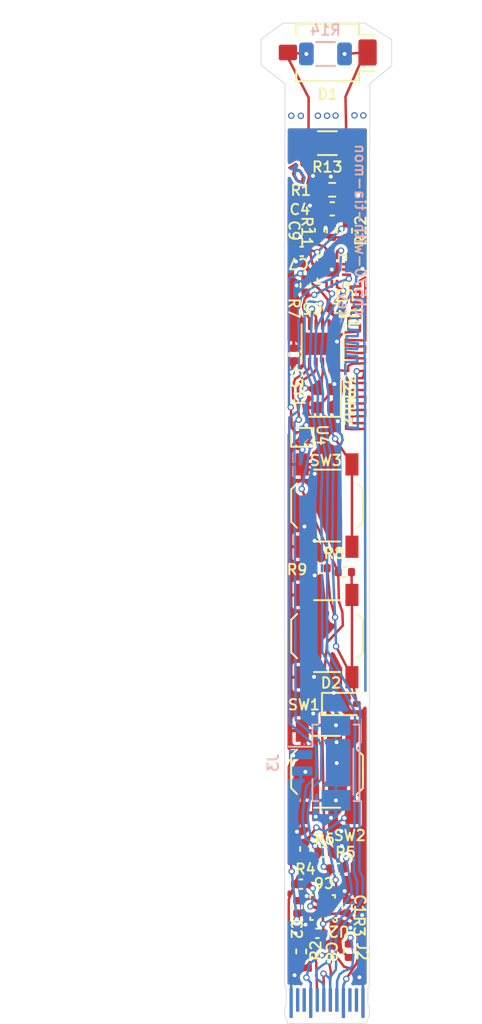
<source format=kicad_pcb>
(kicad_pcb (version 20241229) (generator "pcbnew") (generator_version "9.0")
  (layers (0 "F.Cu" signal) (2 "B.Cu" signal) (13 "F.Paste" user) (15 "B.Paste" user) (5 "F.SilkS" user "F.Silkscreen") (7 "B.SilkS" user "B.Silkscreen") (1 "F.Mask" user) (3 "B.Mask" user) (25 "Edge.Cuts" user))
  (net 0 "")
  (net 1 "+BATT")
  (net 2 "GND")
  (net 3 "+5V")
  (net 4 "VDD")
  (net 5 "Net-(U2-VDD)")
  (net 6 "SWD")
  (net 7 "SWCLK")
  (net 8 "SCL")
  (net 9 "SDA")
  (net 10 "PWRINT")
  (net 11 "Net-(U1-XI)")
  (net 12 "Net-(J2-CC1)")
  (net 13 "Net-(J2-CC2)")
  (net 16 "Net-(D1-K)")
  (net 17 "Net-(U3-PD4{slash}T1C4_{slash}T2C1{slash}OPO{slash}A7)")
  (net 18 "Net-(U3-PD7{slash}RST{slash}T2C4{slash}OPP1{slash}PA4{slash}OPN2)")
  (net 19 "XOT")
  (net 21 "SLAVESWIO")
  (net 25 "Net-(U2-SYS)")
  (net 26 "VMON")
  (net 27 "Net-(SW3-A)")
  (footprint "Capacitor_SMD:C_0603_1608Metric" (layer "F.Cu") (at 85.45 58)
    (property "Reference" "C4")
    (property "Value" "4.7p")
  )
  (footprint "Package_DFN_QFN:DFN-10-1EP_3x3mm_P0.5mm_EP1.7x2.5mm" (layer "F.Cu") (at 84.71 68.33 -90)
    (property "Reference" "U1")
    (property "Value" "CH570Q" (hide yes))
  )
  (footprint "Resistor_SMD:R_0402_1005Metric" (layer "F.Cu") (at 85.42 59.67 90)
    (property "Reference" "R11")
    (property "Value" "5.1k")
  )
  (footprint "Button_Switch_SMD:SW_SPST_TL3342" (layer "F.Cu") (at 85.05 101.094226 -90)
    (property "Reference" "SW2")
    (property "Value" "TS-1187A-B-A-B")
  )
  (footprint "Resistor_SMD:R_0402_1005Metric" (layer "F.Cu") (at 83.370314 107.005642 -90)
    (property "Reference" "R4")
    (property "Value" "5.1k")
  )
  (footprint "Resistor_SMD:R_0402_1005Metric" (layer "F.Cu") (at 83.399999 63.86 90)
    (property "Reference" "R7")
    (property "Value" "5.1k")
  )
  (footprint "Capacitor_SMD:C_0402_1005Metric" (layer "F.Cu") (at 82.770315 111.435642 90)
    (property "Reference" "C2")
    (property "Value" "4.7u")
  )
  (footprint "Resistor_SMD:R_0402_1005Metric" (layer "F.Cu") (at 83.070315 114.845642 -90)
    (property "Reference" "R2")
    (property "Value" "5.1k")
  )
  (footprint "Resistor_SMD:R_0402_1005Metric" (layer "F.Cu") (at 86.41 85.81)
    (property "Reference" "R8")
    (property "Value" "5.1k" (hide yes))
  )
  (footprint "Button_Switch_SMD:SW_SPST_TL3342" (layer "F.Cu") (at 85.055 80.715 -90)
    (property "Reference" "SW3")
    (property "Value" "TS-1187A-B-A-B")
  )
  (footprint "Capacitor_SMD:C_0402_1005Metric" (layer "F.Cu") (at 82.5 69.15 90)
    (property "Reference" "C3")
    (property "Value" "4.7u")
  )
  (footprint "Capacitor_SMD:C_0402_1005Metric" (layer "F.Cu") (at 83.050315 109.695642 180)
    (property "Reference" "C6")
    (property "Value" "1u")
  )
  (footprint "Button_Switch_SMD:SW_SPST_TL3342" (layer "F.Cu") (at 85.054984 90.706561 -90)
    (property "Reference" "SW1")
    (property "Value" "TS-1187A-B-A-B")
  )
  (footprint "Resistor_SMD:R_0402_1005Metric" (layer "F.Cu") (at 85.830313 108.49564)
    (property "Reference" "R5")
    (property "Value" "5.1k")
  )
  (footprint "cnhardware:QFN-12-P0.4-WCH" (layer "F.Cu") (at 85.409997 62.640001 180)
    (property "Reference" "U3")
    (property "Value" "~")
  )
  (footprint "Resistor_SMD:R_1206_3216Metric" (layer "F.Cu") (at 85.07 52.97 180)
    (property "Reference" "R13")
    (property "Value" "REXT")
  )
  (footprint "Capacitor_SMD:C_0402_1005Metric" (layer "F.Cu") (at 85.73 65.61)
    (property "Reference" "C5")
    (property "Value" "0.1u")
  )
  (footprint "Capacitor_SMD:C_0402_1005Metric" (layer "F.Cu") (at 83.11 61.26 180)
    (property "Reference" "C7")
    (property "Value" "0.1u")
  )
  (footprint "OptoDevice:Osram_BPW34S-SMD" (layer "F.Cu") (at 85.1 46.03 180)
    (property "Reference" "D1")
    (property "Value" "BPW34-SMD")
  )
  (footprint "Resistor_SMD:R_0402_1005Metric" (layer "F.Cu") (at 86.720315 114.795642 -90)
    (property "Reference" "R3")
    (property "Value" "5.1k")
  )
  (footprint "Capacitor_SMD:C_0402_1005Metric" (layer "F.Cu") (at 86.570315 111.415642 90)
    (property "Reference" "C1")
    (property "Value" "4.7u")
  )
  (footprint "Crystal:Crystal_SMD_2016-4Pin_2.0x1.6mm" (layer "F.Cu") (at 84.9 72.507499 90)
    (property "Reference" "Y1")
    (property "Value" "32MHz")
  )
  (footprint "Resistor_SMD:R_0603_1608Metric" (layer "F.Cu") (at 85.445 56.54 180)
    (property "Reference" "R1")
    (property "Value" "1M")
  )
  (footprint "cnhardware:WLCSP-9-P0.5mm" (layer "F.Cu") (at 84.710314 111.485642 180)
    (property "Reference" "U2")
    (property "Value" "AW32001")
  )
  (footprint "Diode_SMD:D_SOD-323" (layer "F.Cu") (at 86.2725 95.904226)
    (property "Reference" "D2")
    (property "Value" "D")
  )
  (footprint "Capacitor_SMD:C_0402_1005Metric" (layer "F.Cu") (at 84.48 59.64 90)
    (property "Reference" "C9")
    (property "Value" "0.1u")
  )
  (footprint "Resistor_SMD:R_0402_1005Metric" (layer "F.Cu") (at 84.870315 107.245642 180)
    (property "Reference" "R6")
    (property "Value" "5.1k")
  )
  (footprint "cnhardware:xdfn-reg" (layer "F.Cu") (at 83.15 75.49 -90)
    (property "Reference" "U4")
    (property "Value" "MG6229D4-28")
  )
  (footprint "cnhardware:USB_C_PADDLE" (layer "F.Cu") (at 85.050313 117.915643 180)
    (property "Reference" "J2")
    (property "Value" "USB_C_Receptacle_USB2.0_16P")
    (fp_line (start 3.250002 -1.75) (end 3.250001 -1.250002) (stroke (width 0.05)) (layer "Edge.Cuts"))
    (fp_line (start 3.250001 -1.250002) (end 3.125 -1) (stroke (width 0.05)) (layer "Edge.Cuts"))
    (fp_line (start 3.249999 0.499998) (end 3.125 0.25) (stroke (width 0.05)) (layer "Edge.Cuts"))
    (fp_line (start 3.249998 2.000001) (end 3.249999 0.499998) (stroke (width 0.05)) (layer "Edge.Cuts"))
    (fp_line (start 3.125 -1) (end 3.125 0.25) (stroke (width 0.05)) (layer "Edge.Cuts"))
    (fp_line (start 3 -2.45) (end 3.250002 -1.75) (stroke (width 0.05)) (layer "Edge.Cuts"))
    (fp_line (start 3 -2.45) (end -3 -2.45) (stroke (width 0.05)) (layer "Edge.Cuts"))
    (fp_line (start -3 -2.45) (end -3.25 -1.750001) (stroke (width 0.05)) (layer "Edge.Cuts"))
    (fp_line (start -3.125 -1) (end -3.125 0.25) (stroke (width 0.05)) (layer "Edge.Cuts"))
    (fp_line (start -3.25 -1.750001) (end -3.250002 -1.25) (stroke (width 0.05)) (layer "Edge.Cuts"))
    (fp_line (start -3.250001 0.5) (end -3.125 0.25) (stroke (width 0.05)) (layer "Edge.Cuts"))
    (fp_line (start -3.250001 0.5) (end -3.250002 2) (stroke (width 0.05)) (layer "Edge.Cuts"))
    (fp_line (start -3.250002 -1.25) (end -3.125 -1) (stroke (width 0.05)) (layer "Edge.Cuts"))
  )
  (footprint "Capacitor_SMD:C_0402_1005Metric" (layer "F.Cu") (at 84.31 113.46 180)
    (property "Reference" "C8")
    (property "Value" "1u")
  )
  (footprint "Resistor_SMD:R_0402_1005Metric" (layer "F.Cu") (at 84.55 85.510001 180)
    (property "Reference" "R9")
    (property "Value" "5.1k")
  )
  (footprint "Resistor_SMD:R_0402_1005Metric" (layer "F.Cu") (at 86.580001 59.67 -90)
    (property "Reference" "R12")
    (property "Value" "5.1k")
  )
  (footprint "Resistor_SMD:R_1206_3216Metric" (layer "B.Cu") (at 84.927499 46.14 180)
    (property "Reference" "R14")
    (property "Value" "REXT")
  )
  (footprint "Connector_Hirose:Hirose_DF13C_CL535-0402-2-51_1x02-1MP_P1.25mm_Vertical" (layer "B.Cu") (at 84.48033 100.408309 -90)
    (property "Reference" "J3")
    (property "Value" "BAT/MX1.25")
  )
  (gr_line (start 88.330035 48.404983) (end 90 47.05) (stroke (width 0.05)) (layer "Edge.Cuts"))
  (gr_line (start 87.950669 43.78) (end 90 45.05) (stroke (width 0.05)) (layer "Edge.Cuts"))
  (gr_line (start 88.300315 115.915643) (end 88.300348 59.036087) (stroke (width 0.05)) (layer "Edge.Cuts"))
  (gr_line (start 81.830034 48.418419) (end 80 47) (stroke (width 0.05)) (layer "Edge.Cuts"))
  (gr_line (start 81.800315 115.915642) (end 81.800347 59.260972) (stroke (width 0.05)) (layer "Edge.Cuts"))
  (gr_line (start 81.696166 43.78) (end 87.950669 43.78) (stroke (width 0.05)) (layer "Edge.Cuts"))
  (gr_line (start 81.800347 59.260972) (end 81.830034 48.418419) (stroke (width 0.05)) (layer "Edge.Cuts"))
  (gr_line (start 90 45.05) (end 90 47.05) (stroke (width 0.05)) (layer "Edge.Cuts"))
  (gr_line (start 88.300348 59.036087) (end 88.330035 48.404983) (stroke (width 0.05)) (layer "Edge.Cuts"))
  (gr_line (start 80 45) (end 81.696166 43.78) (stroke (width 0.05)) (layer "Edge.Cuts"))
  (gr_line (start 80 47) (end 80 45) (stroke (width 0.05)) (layer "Edge.Cuts"))
  (gr_text "ch570-with-tia-mon\nrev-" (at 85.84 66.29 -90) (layer "B.SilkS") (effects (font (size 0.8 0.8) (thickness 0.15) (bold yes)) (justify left bottom mirror)))
  (segment (start 82.168681 54.851522) (end 82.941421 55.058579) (width 0.19) (layer "F.Cu") (net 0))
  (segment (start 82.658579 54.568681) (end 82.168681 54.851522) (width 0.19) (layer "F.Cu") (net 0))
  (segment (start 82.734365 55.83132) (end 82.451523 55.341421) (width 0.19) (layer "F.Cu") (net 0))
  (segment (start 83.120737 55.934847) (end 83.224264 55.548476) (width 0.19) (layer "F.Cu") (net 0))
  (segment (start 82.451523 55.341421) (end 82.658579 54.568681) (width 0.19) (layer "F.Cu") (net 0))
  (segment (start 82.941421 55.058579) (end 83.224264 55.548476) (width 0.19) (layer "F.Cu") (net 0))
  (segment (start 83.120737 55.934847) (end 82.734365 55.83132) (width 0.19) (layer "F.Cu") (net 0))
  (via (at 85.05 50.87) (size 0.5) (drill 0.3) (layers "F.Cu" "B.Cu") (net 0))
  (via (at 87.15 50.84) (size 0.5) (drill 0.3) (layers "F.Cu" "B.Cu") (net 0))
  (via (at 83.04 50.88) (size 0.5) (drill 0.3) (layers "F.Cu" "B.Cu") (net 0))
  (via (at 84.35 50.87) (size 0.5) (drill 0.3) (layers "F.Cu" "B.Cu") (net 0))
  (via (at 82.31 50.87) (size 0.5) (drill 0.3) (layers "F.Cu" "B.Cu") (net 0))
  (via (at 87.83 50.85) (size 0.5) (drill 0.3) (layers "F.Cu" "B.Cu") (net 0))
  (via (at 85.7 50.86) (size 0.5) (drill 0.3) (layers "F.Cu" "B.Cu") (net 0))
  (segment (start 83.224265 56.017689) (end 82.837894 55.91416) (width 0.19) (layer "B.Cu") (net 0))
  (segment (start 83.224265 56.017689) (end 83.327793 55.631317) (width 0.19) (layer "B.Cu") (net 0))
  (segment (start 82.762106 54.651521) (end 82.555053 55.424262) (width 0.19) (layer "B.Cu") (net 0))
  (segment (start 83.327793 55.631317) (end 83.044949 55.141419) (width 0.19) (layer "B.Cu") (net 0))
  (segment (start 83.044949 55.141419) (end 82.272209 54.934365) (width 0.19) (layer "B.Cu") (net 0))
  (segment (start 82.272209 54.934365) (end 82.762106 54.651521) (width 0.19) (layer "B.Cu") (net 0))
  (segment (start 82.555053 55.424262) (end 82.837894 55.91416) (width 0.19) (layer "B.Cu") (net 0))
  (segment (start 82.770315 111.915642) (end 82.730331 112.378307) (width 0.19) (layer "F.Cu") (net 1))
  (segment (start 82.770315 111.915642) (end 84.210314 111.985643) (width 0.19) (layer "F.Cu") (net 1))
  (segment (start 82.15 106.99) (end 82.340331 108.718307) (width 0.19) (layer "F.Cu") (net 1))
  (segment (start 82.46 99.844226) (end 82.12 100.72) (width 0.19) (layer "F.Cu") (net 1))
  (segment (start 82.12 100.72) (end 82.15 106.99) (width 0.19) (layer "F.Cu") (net 1))
  (via (at 82.46 99.844226) (size 0.5) (drill 0.3) (layers "F.Cu" "B.Cu") (net 1))
  (via (at 82.730331 112.378307) (size 0.5) (drill 0.3) (layers "F.Cu" "B.Cu") (net 1))
  (via (at 82.340331 108.718307) (size 0.5) (drill 0.3) (layers "F.Cu" "B.Cu") (net 1))
  (segment (start 83.310331 99.788307) (end 82.46 99.844226) (width 0.19) (layer "B.Cu") (net 1))
  (segment (start 82.730331 112.378307) (end 82.340331 108.718307) (width 0.19) (layer "B.Cu") (net 1))
  (segment (start 87.56 65.52) (end 86.98 65.54) (width 0.19) (layer "F.Cu") (net 2))
  (segment (start 87.92 70.39) (end 87.32 70.43) (width 0.19) (layer "F.Cu") (net 2))
  (segment (start 87.6 63.93) (end 86.85 63.96) (width 0.19) (layer "F.Cu") (net 2))
  (segment (start 85.240001 59.16) (end 85.48 58.41) (width 0.19) (layer "F.Cu") (net 2))
  (segment (start 82.395314 117.095642) (end 82.300331 117.378307) (width 0.19) (layer "F.Cu") (net 2))
  (segment (start 83.490315 110.605642) (end 82.570315 109.695642) (width 0.19) (layer "F.Cu") (net 2))
  (segment (start 86.66 70.02) (end 87.03 69.84) (width 0.19) (layer "F.Cu") (net 2))
  (segment (start 85.48 55.99) (end 85.34 55.53) (width 0.19) (layer "F.Cu") (net 2))
  (segment (start 87.56 63.5) (end 87.6 63.93) (width 0.19) (layer "F.Cu") (net 2))
  (segment (start 86.67 66.84) (end 87.57 66.83) (width 0.19) (layer "F.Cu") (net 2))
  (segment (start 83.63 52.53) (end 83.64 49.49) (width 0.19) (layer "F.Cu") (net 2))
  (segment (start 82.85 61.95) (end 82.67 62.03) (width 0.19) (layer "F.Cu") (net 2))
  (segment (start 83.070313 115.355641) (end 82.470315 115.065642) (width 0.19) (layer "F.Cu") (net 2))
  (segment (start 86.113451 114.745187) (end 86.060331 113.888307) (width 0.19) (layer "F.Cu") (net 2))
  (segment (start 87.600331 111.008307) (end 87.740331 112.068307) (width 0.19) (layer "F.Cu") (net 2))
  (segment (start 86.5 74.83) (end 86.97 74.87) (width 0.19) (layer "F.Cu") (net 2))
  (segment (start 82.66 107.494226) (end 82.800331 108.148307) (width 0.19) (layer "F.Cu") (net 2))
  (segment (start 83.155 77.565) (end 84.105 78.285) (width 0.19) (layer "F.Cu") (net 2))
  (segment (start 87.57 66.83) (end 87.55 67.38) (width 0.19) (layer "F.Cu") (net 2))
  (segment (start 83.630331 99.748307) (end 83.120315 97.945642) (width 0.19) (layer "F.Cu") (net 2))
  (segment (start 87.92 74.85) (end 87.96 74.41) (width 0.19) (layer "F.Cu") (net 2))
  (segment (start 82.67 62.03) (end 82.8 61) (width 0.19) (layer "F.Cu") (net 2))
  (segment (start 84.98 72.49) (end 84.35 73.2075) (width 0.19) (layer "F.Cu") (net 2))
  (segment (start 83.155 83.865) (end 83.154984 86.072335) (width 0.19) (layer "F.Cu") (net 2))
  (segment (start 82.120331 110.868307) (end 82.570315 109.695642) (width 0.19) (layer "F.Cu") (net 2))
  (segment (start 85.8 70.35) (end 86.16 70.374828) (width 0.19) (layer "F.Cu") (net 2))
  (segment (start 86.68 66.37) (end 86.67 66.84) (width 0.19) (layer "F.Cu") (net 2))
  (segment (start 83.750315 113.225642) (end 83.400315 112.795642) (width 0.19) (layer "F.Cu") (net 2))
  (segment (start 86.37 68.95) (end 87.51 69.04) (width 0.19) (layer "F.Cu") (net 2))
  (segment (start 87.51 69.04) (end 87.96 69.02) (width 0.19) (layer "F.Cu") (net 2))
  (segment (start 86.98 65.54) (end 86.96 65.94) (width 0.19) (layer "F.Cu") (net 2))
  (segment (start 87.98 73.39) (end 86.97 73.4) (width 0.19) (layer "F.Cu") (net 2))
  (segment (start 82.639999 75.840002) (end 82.23 76.26) (width 0.19) (layer "F.Cu") (net 2))
  (segment (start 87.200331 110.278307) (end 87.600331 111.008307) (width 0.19) (layer "F.Cu") (net 2))
  (segment (start 83.120315 97.945642) (end 83.150315 95.685642) (width 0.19) (layer "F.Cu") (net 2))
  (segment (start 87.03 69.84) (end 87.48 69.84) (width 0.19) (layer "F.Cu") (net 2))
  (segment (start 85.71 70.2) (end 85.8 70.35) (width 0.19) (layer "F.Cu") (net 2))
  (segment (start 87.1 71.01) (end 87.32 70.97) (width 0.19) (layer "F.Cu") (net 2))
  (segment (start 87.95 69.45) (end 86.35 69.41) (width 0.19) (layer "F.Cu") (net 2))
  (segment (start 82.61 59.96) (end 82.63 61.26) (width 0.19) (layer "F.Cu") (net 2))
  (segment (start 84.45 76.49) (end 83.155 77.565) (width 0.19) (layer "F.Cu") (net 2))
  (segment (start 86.21 65.66) (end 86.39 65.12) (width 0.19) (layer "F.Cu") (net 2))
  (segment (start 86.97 74.87) (end 87.92 74.85) (width 0.19) (layer "F.Cu") (net 2))
  (segment (start 87.97 72.9) (end 87.98 72.38) (width 0.19) (layer "F.Cu") (net 2))
  (segment (start 86.87 64.36) (end 87.57 64.34) (width 0.19) (layer "F.Cu") (net 2))
  (segment (start 82.900331 108.858307) (end 82.570315 109.695642) (width 0.19) (layer "F.Cu") (net 2))
  (segment (start 83.1 62.3) (end 82.85 61.95) (width 0.19) (layer "F.Cu") (net 2))
  (segment (start 87.97 68.52) (end 87.51 68.54) (width 0.19) (layer "F.Cu") (net 2))
  (segment (start 87.55 67.38) (end 86.4 67.47) (width 0.19) (layer "F.Cu") (net 2))
  (segment (start 82.800331 108.148307) (end 82.900331 108.858307) (width 0.19) (layer "F.Cu") (net 2))
  (segment (start 87 72.9) (end 87.97 72.9) (width 0.19) (layer "F.Cu") (net 2))
  (segment (start 87 71.87) (end 87.97 71.87) (width 0.19) (layer "F.Cu") (net 2))
  (segment (start 82.800116 75.690116) (end 82.64 75.8) (width 0.19) (layer "F.Cu") (net 2))
  (segment (start 86.570315 110.935642) (end 86.390331 110.229025) (width 0.19) (layer "F.Cu") (net 2))
  (segment (start 82.800116 75.690116) (end 83.15 75.49) (width 0.19) (layer "F.Cu") (net 2))
  (segment (start 85.409997 62.640001) (end 84.309996 62.639998) (width 0.19) (layer "F.Cu") (net 2))
  (segment (start 82.42 62.47) (end 82.85 61.95) (width 0.19) (layer "F.Cu") (net 2))
  (segment (start 87.790331 117.458307) (end 87.530331 116.828307) (width 0.19) (layer "F.Cu") (net 2))
  (segment (start 87.07 71.34) (end 87.1 71.01) (width 0.19) (layer "F.Cu") (net 2))
  (segment (start 86.96 65.94) (end 87.57 65.93) (width 0.19) (layer "F.Cu") (net 2))
  (segment (start 85.88 74.26) (end 84.45 76.49) (width 0.19) (layer "F.Cu") (net 2))
  (segment (start 87.98 72.38) (end 86.98 72.41) (width 0.19) (layer "F.Cu") (net 2))
  (segment (start 85.61 71.41) (end 85.45 71.807498) (width 0.19) (layer "F.Cu") (net 2))
  (segment (start 86.41 68.02) (end 87.98 68.08) (width 0.19) (layer "F.Cu") (net 2))
  (segment (start 82.395316 114.275642) (end 82.640516 113.458307) (width 0.19) (layer "F.Cu") (net 2))
  (segment (start 82.62 106.114226) (end 82.66 107.494226) (width 0.19) (layer "F.Cu") (net 2))
  (segment (start 81.84 46.03) (end 83.464998 46.14) (width 0.19) (layer "F.Cu") (net 2))
  (segment (start 86.46 70.79) (end 86.62 71.07) (width 0.19) (layer "F.Cu") (net 2))
  (segment (start 82.23 77.18) (end 82.25 77.55) (width 0.19) (layer "F.Cu") (net 2))
  (segment (start 82.639999 75.840002) (end 83.16 76.44) (width 0.19) (layer "F.Cu") (net 2))
  (segment (start 85.48 58.41) (end 85.45 57.2) (width 0.19) (layer "F.Cu") (net 2))
  (segment (start 83.390331 101.098307) (end 83.630331 99.748307) (width 0.19) (layer "F.Cu") (net 2))
  (segment (start 87.97 73.88) (end 87.98 73.39) (width 0.19) (layer "F.Cu") (net 2))
  (segment (start 84.095 83.415) (end 83.155 83.865) (width 0.19) (layer "F.Cu") (net 2))
  (segment (start 86.390331 110.229025) (end 87.200331 110.278307) (width 0.19) (layer "F.Cu") (net 2))
  (segment (start 83.02 60.16) (end 82.61 59.96) (width 0.19) (layer "F.Cu") (net 2))
  (segment (start 82.23 76.26) (end 83.16 76.44) (width 0.19) (layer "F.Cu") (net 2))
  (segment (start 86.44 70.394138) (end 86.67 70.41) (width 0.19) (layer "F.Cu") (net 2))
  (segment (start 86.62 71.07) (end 86.5 74.83) (width 0.19) (layer "F.Cu") (net 2))
  (segment (start 87.800313 118.790643) (end 87.790331 117.458307) (width 0.19) (layer "F.Cu") (net 2))
  (segment (start 86.93 74.4) (end 86.95 73.86) (width 0.19) (layer "F.Cu") (net 2))
  (segment (start 86.92 65.13) (end 87.56 65.18) (width 0.19) (layer "F.Cu") (net 2))
  (segment (start 86.93 64.76) (end 86.92 65.13) (width 0.19) (layer "F.Cu") (net 2))
  (segment (start 87.96 69.82) (end 87.95 69.45) (width 0.19) (layer "F.Cu") (net 2))
  (segment (start 84.350331 113.988307) (end 83.750315 113.345642) (width 0.19) (layer "F.Cu") (net 2))
  (segment (start 86.37 68.47) (end 86.41 68.02) (width 0.19) (layer "F.Cu") (net 2))
  (segment (start 86.44 70.394138) (end 86.46 70.79) (width 0.19) (layer "F.Cu") (net 2))
  (segment (start 82.56 67.96) (end 82.42 62.47) (width 0.19) (layer "F.Cu") (net 2))
  (segment (start 86.85 63.96) (end 86.87 64.36) (width 0.19) (layer "F.Cu") (net 2))
  (segment (start 86.98 72.41) (end 87 71.87) (width 0.19) (layer "F.Cu") (net 2))
  (segment (start 87.97 71.33) (end 87.07 71.34) (width 0.19) (layer "F.Cu") (net 2))
  (segment (start 84.71 68.33) (end 83.1 68.45) (width 0.19) (layer "F.Cu") (net 2))
  (segment (start 87.98 63.26) (end 87.56 63.5) (width 0.19) (layer "F.Cu") (net 2))
  (segment (start 83.150001 75.449998) (end 82.800116 75.690116) (width 0.19) (layer "F.Cu") (net 2))
  (segment (start 83.154984 93.856561) (end 83.154984 87.556561) (width 0.19) (layer "F.Cu") (net 2))
  (segment (start 83.86 53.73) (end 83.63 52.53) (width 0.19) (layer "F.Cu") (net 2))
  (segment (start 83.1 68.45) (end 82.56 67.96) (width 0.19) (layer "F.Cu") (net 2))
  (segment (start 86.260331 113.348307) (end 86.840331 113.038307) (width 0.19) (layer "F.Cu") (net 2))
  (segment (start 86.720314 115.305642) (end 86.113451 114.745187) (width 0.19) (layer "F.Cu") (net 2))
  (segment (start 86.16 70.374828) (end 86.44 70.394138) (width 0.19) (layer "F.Cu") (net 2))
  (segment (start 83.070313 115.355641) (end 82.56109 116.668307) (width 0.19) (layer "F.Cu") (net 2))
  (segment (start 84.94 59.44) (end 85.240001 59.16) (width 0.19) (layer "F.Cu") (net 2))
  (segment (start 86.113451 114.745187) (end 85.770331 114.428307) (width 0.19) (layer "F.Cu") (net 2))
  (segment (start 84.309996 62.639998) (end 83.55 62.65) (width 0.19) (layer "F.Cu") (net 2))
  (segment (start 87.57 64.34) (end 87.59 64.78) (width 0.19) (layer "F.Cu") (net 2))
  (segment (start 83.97 55.476343) (end 83.74 57.75) (width 0.19) (layer "F.Cu") (net 2))
  (segment (start 86.12 67.64) (end 85.81 68.16) (width 0.19) (layer "F.Cu") (net 2))
  (segment (start 87.97 71.87) (end 87.97 71.33) (width 0.19) (layer "F.Cu") (net 2))
  (segment (start 82.743328 105.68) (end 83.120315 104.245642) (width 0.19) (layer "F.Cu") (net 2))
  (segment (start 87.56 65.18) (end 87.56 65.52) (width 0.19) (layer "F.Cu") (net 2))
  (segment (start 87.51 68.54) (end 86.37 68.47) (width 0.19) (layer "F.Cu") (net 2))
  (segment (start 87.59 64.78) (end 86.93 64.76) (width 0.19) (layer "F.Cu") (net 2))
  (segment (start 83.97 55.476343) (end 83.86 53.73) (width 0.19) (layer "F.Cu") (net 2))
  (segment (start 82.682516 113.318307) (end 82.740315 113.125642) (width 0.19) (layer "F.Cu") (net 2))
  (segment (start 82.470315 115.065642) (end 82.395316 114.275642) (width 0.19) (layer "F.Cu") (net 2))
  (segment (start 87.48 69.84) (end 87.96 69.82) (width 0.19) (layer "F.Cu") (net 2))
  (segment (start 82.743328 105.68) (end 82.62 106.114226) (width 0.19) (layer "F.Cu") (net 2))
  (segment (start 87.81 70.94) (end 87.92 70.39) (width 0.19) (layer "F.Cu") (net 2))
  (segment (start 86.97 73.4) (end 87 72.9) (width 0.19) (layer "F.Cu") (net 2))
  (segment (start 83.64 49.49) (end 81.84 46.03) (width 0.19) (layer "F.Cu") (net 2))
  (segment (start 82.115317 112.618307) (end 82.120331 110.868307) (width 0.19) (layer "F.Cu") (net 2))
  (segment (start 87.57 65.93) (end 87.59 66.34) (width 0.19) (layer "F.Cu") (net 2))
  (segment (start 82.8 61) (end 82.63 61.26) (width 0.19) (layer "F.Cu") (net 2))
  (segment (start 87.96 69.02) (end 87.97 68.52) (width 0.19) (layer "F.Cu") (net 2))
  (segment (start 82.23 76.26) (end 82.23 77.18) (width 0.19) (layer "F.Cu") (net 2))
  (segment (start 86.060331 113.888307) (end 86.260331 113.348307) (width 0.19) (layer "F.Cu") (net 2))
  (segment (start 82.740315 113.125642) (end 83.400315 112.795642) (width 0.19) (layer "F.Cu") (net 2))
  (segment (start 86.95 73.86) (end 87.97 73.88) (width 0.19) (layer "F.Cu") (net 2))
  (segment (start 83.155 77.565) (end 83.16 76.44) (width 0.19) (layer "F.Cu") (net 2))
  (segment (start 86.67 70.41) (end 86.66 70.02) (width 0.19) (layer "F.Cu") (net 2))
  (segment (start 83.55 62.65) (end 83.1 62.3) (width 0.19) (layer "F.Cu") (net 2))
  (segment (start 87.96 74.41) (end 86.93 74.4) (width 0.19) (layer "F.Cu") (net 2))
  (segment (start 87.98 68.08) (end 87.98 63.26) (width 0.19) (layer "F.Cu") (net 2))
  (segment (start 82.25 77.55) (end 83.155 77.565) (width 0.19) (layer "F.Cu") (net 2))
  (segment (start 82.682516 113.318307) (end 82.115317 112.618307) (width 0.19) (layer "F.Cu") (net 2))
  (segment (start 82.640516 113.458307) (end 82.682516 113.318307) (width 0.19) (layer "F.Cu") (net 2))
  (segment (start 82.300331 117.378307) (end 82.300313 118.790643) (width 0.19) (layer "F.Cu") (net 2))
  (segment (start 85.770331 114.428307) (end 84.350331 113.988307) (width 0.19) (layer "F.Cu") (net 2))
  (segment (start 82.770315 110.955642) (end 83.490315 110.605642) (width 0.19) (layer "F.Cu") (net 2))
  (segment (start 85.45 57.2) (end 85.48 55.99) (width 0.19) (layer "F.Cu") (net 2))
  (segment (start 86.35 69.41) (end 86.37 68.95) (width 0.19) (layer "F.Cu") (net 2))
  (segment (start 85.45 71.807498) (end 84.98 72.49) (width 0.19) (layer "F.Cu") (net 2))
  (segment (start 83.120315 104.245642) (end 83.390331 101.098307) (width 0.19) (layer "F.Cu") (net 2))
  (segment (start 85.71 69.7925) (end 85.71 70.2) (width 0.19) (layer "F.Cu") (net 2))
  (segment (start 82.56109 116.668307) (end 82.395314 117.095642) (width 0.19) (layer "F.Cu") (net 2))
  (segment (start 83.490315 110.605642) (end 84.210313 110.985642) (width 0.19) (layer "F.Cu") (net 2))
  (segment (start 87.59 66.34) (end 86.68 66.37) (width 0.19) (layer "F.Cu") (net 2))
  (segment (start 86.4 67.47) (end 86.12 67.64) (width 0.19) (layer "F.Cu") (net 2))
  (segment (start 87.32 70.97) (end 87.81 70.94) (width 0.19) (layer "F.Cu") (net 2))
  (via (at 82.67 62.03) (size 0.5) (drill 0.3) (layers "F.Cu" "B.Cu") (net 2))
  (via (at 83.02 60.16) (size 0.5) (drill 0.3) (layers "F.Cu" "B.Cu") (net 2))
  (via (at 83.97 55.476343) (size 0.5) (drill 0.3) (layers "F.Cu" "B.Cu") (net 2))
  (via (at 87.32 70.43) (size 0.5) (drill 0.3) (layers "F.Cu" "B.Cu") (net 2))
  (via (at 87.76 62.58) (size 0.5) (drill 0.3) (layers "F.Cu" "B.Cu") (net 2))
  (via (at 85.730331 103.283305) (size 0.5) (drill 0.3) (layers "F.Cu" "B.Cu") (net 2))
  (via (at 83.46 74.56) (size 0.5) (drill 0.3) (layers "F.Cu" "B.Cu") (net 2))
  (via (at 85.409997 62.640001) (size 0.5) (drill 0.3) (layers "F.Cu" "B.Cu") (net 2))
  (via (at 84.94 59.44) (size 0.5) (drill 0.3) (layers "F.Cu" "B.Cu") (net 2))
  (via (at 83.390331 101.098307) (size 0.5) (drill 0.3) (layers "F.Cu" "B.Cu") (net 2))
  (via (at 83.99 96.634226) (size 0.5) (drill 0.3) (layers "F.Cu" "B.Cu") (net 2))
  (via (at 86.390331 110.229025) (size 0.5) (drill 0.3) (layers "F.Cu" "B.Cu") (net 2))
  (via (at 85.88 74.26) (size 0.5) (drill 0.3) (layers "F.Cu" "B.Cu") (net 2))
  (via (at 85.56 95.054226) (size 0.5) (drill 0.3) (layers "F.Cu" "B.Cu") (net 2))
  (via (at 85.73033 97.533308) (size 0.5) (drill 0.3) (layers "F.Cu" "B.Cu") (net 2))
  (via (at 84.1 86.06) (size 0.5) (drill 0.3) (layers "F.Cu" "B.Cu") (net 2))
  (via (at 82.56109 116.668307) (size 0.5) (drill 0.3) (layers "F.Cu" "B.Cu") (net 2))
  (via (at 85.34 55.53) (size 0.5) (drill 0.3) (layers "F.Cu" "B.Cu") (net 2))
  (via (at 84.105 78.285) (size 0.5) (drill 0.3) (layers "F.Cu" "B.Cu") (net 2))
  (via (at 83.32 82.32) (size 0.5) (drill 0.3) (layers "F.Cu" "B.Cu") (net 2))
  (via (at 83.464998 46.14) (size 0.5) (drill 0.3) (layers "F.Cu" "B.Cu") (net 2))
  (via (at 86.39 65.12) (size 0.5) (drill 0.3) (layers "F.Cu" "B.Cu") (net 2))
  (via (at 85.81 68.16) (size 0.5) (drill 0.3) (layers "F.Cu" "B.Cu") (net 2))
  (via (at 84.18 104.53) (size 0.5) (drill 0.3) (layers "F.Cu" "B.Cu") (net 2))
  (via (at 82.640516 113.458307) (size 0.5) (drill 0.3) (layers "F.Cu" "B.Cu") (net 2))
  (via (at 85.79 100.43) (size 0.5) (drill 0.3) (layers "F.Cu" "B.Cu") (net 2))
  (via (at 85.78 98.83) (size 0.5) (drill 0.3) (layers "F.Cu" "B.Cu") (net 2))
  (via (at 84.095 83.415) (size 0.5) (drill 0.3) (layers "F.Cu" "B.Cu") (net 2))
  (via (at 86.15 105.64) (size 0.5) (drill 0.3) (layers "F.Cu" "B.Cu") (net 2))
  (via (at 82.72 63.86) (size 0.5) (drill 0.3) (layers "F.Cu" "B.Cu") (net 2))
  (via (at 86 84.13) (size 0.5) (drill 0.3) (layers "F.Cu" "B.Cu") (net 2))
  (via (at 86.840331 113.038307) (size 0.5) (drill 0.3) (layers "F.Cu" "B.Cu") (net 2))
  (via (at 87.45 56.95) (size 0.5) (drill 0.3) (layers "F.Cu" "B.Cu") (net 2))
  (via (at 83.490315 110.605642) (size 0.5) (drill 0.3) (layers "F.Cu" "B.Cu") (net 2))
  (via (at 83.74 57.75) (size 0.5) (drill 0.3) (layers "F.Cu" "B.Cu") (net 2))
  (via (at 87.740331 112.068307) (size 0.5) (drill 0.3) (layers "F.Cu" "B.Cu") (net 2))
  (via (at 86.18 106.78) (size 0.5) (drill 0.3) (layers "F.Cu" "B.Cu") (net 2))
  (via (at 83.400315 112.795642) (size 0.5) (drill 0.3) (layers "F.Cu" "B.Cu") (net 2))
  (via (at 82.743328 105.68) (size 0.5) (drill 0.3) (layers "F.Cu" "B.Cu") (net 2))
  (via (at 85.35 104.62) (size 0.5) (drill 0.3) (layers "F.Cu" "B.Cu") (net 2))
  (via (at 83.16 76.44) (size 0.5) (drill 0.3) (layers "F.Cu" "B.Cu") (net 2))
  (via (at 85.61 71.41) (size 0.5) (drill 0.3) (layers "F.Cu" "B.Cu") (net 2))
  (via (at 87.530331 116.828307) (size 0.5) (drill 0.3) (layers "F.Cu" "B.Cu") (net 2))
  (via (at 84.05 93.83) (size 0.5) (drill 0.3) (layers "F.Cu" "B.Cu") (net 2))
  (segment (start 86.320331 109.558307) (end 86.390331 110.229025) (width 0.19) (layer "B.Cu") (net 2))
  (segment (start 85.81 68.16) (end 86.29 66.39) (width 0.19) (layer "B.Cu") (net 2))
  (segment (start 84.105 78.285) (end 84.095 83.415) (width 0.19) (layer "B.Cu") (net 2))
  (segment (start 84.120331 109.348307) (end 83.520331 109.448307) (width 0.19) (layer "B.Cu") (net 2))
  (segment (start 86.2 58.8) (end 86.7 59.1) (width 0.19) (layer "B.Cu") (net 2))
  (segment (start 86 84.13) (end 85.94 77.51) (width 0.19) (layer "B.Cu") (net 2))
  (segment (start 87.37 69.7) (end 87.36 69.27) (width 0.19) (layer "B.Cu") (net 2))
  (segment (start 86.43 69.73) (end 87.37 69.7) (width 0.19) (layer "B.Cu") (net 2))
  (segment (start 86.52 68.21) (end 86.55 67.74) (width 0.19) (layer "B.Cu") (net 2))
  (segment (start 85.3 60.95) (end 86.0748 60.2348) (width 0.19) (layer "B.Cu") (net 2))
  (segment (start 87.42 65.87) (end 87.45 65.46) (width 0.19) (layer "B.Cu") (net 2))
  (segment (start 87.87 65.92) (end 87.95 70.47) (width 0.19) (layer "B.Cu") (net 2))
  (segment (start 86.17 75.31) (end 85.92 75.07) (width 0.19) (layer "B.Cu") (net 2))
  (segment (start 87.42 67.28) (end 86.66 67.25) (width 0.19) (layer "B.Cu") (net 2))
  (segment (start 86.390331 110.229025) (end 84.610331 109.608307) (width 0.19) (layer "B.Cu") (net 2))
  (segment (start 87.88 64.9) (end 87.87 65.92) (width 0.19) (layer "B.Cu") (net 2))
  (segment (start 86.7 59.1) (end 86.7 59.97) (width 0.19) (layer "B.Cu") (net 2))
  (segment (start 86.01 76.24) (end 86.24 75.7) (width 0.19) (layer "B.Cu") (net 2))
  (segment (start 83.520331 109.448307) (end 83.320331 110.028307) (width 0.19) (layer "B.Cu") (net 2))
  (segment (start 85.92 75.07) (end 85.61 71.41) (width 0.19) (layer "B.Cu") (net 2))
  (segment (start 87.09 65.38) (end 87.29 64.87) (width 0.19) (layer "B.Cu") (net 2))
  (segment (start 86.67 60.72) (end 86.0748 60.2348) (width 0.19) (layer "B.Cu") (net 2))
  (segment (start 86.72 64.79) (end 87.27 63.6) (width 0.19) (layer "B.Cu") (net 2))
  (segment (start 87.957582 76.04) (end 87.985327 94.89) (width 0.19) (layer "B.Cu") (net 2))
  (segment (start 86.55 67.74) (end 87.39 67.75) (width 0.19) (layer "B.Cu") (net 2))
  (segment (start 87.33 66.8) (end 87.38 66.37) (width 0.19) (layer "B.Cu") (net 2))
  (segment (start 87.530331 116.828307) (end 87.810331 117.478307) (width 0.19) (layer "B.Cu") (net 2))
  (segment (start 87.45 65.46) (end 87.09 65.38) (width 0.19) (layer "B.Cu") (net 2))
  (segment (start 86.840331 113.038307) (end 87.420331 113.218307) (width 0.19) (layer "B.Cu") (net 2))
  (segment (start 85.34 55.53) (end 83.97 55.476343) (width 0.19) (layer "B.Cu") (net 2))
  (segment (start 84.94 59.44) (end 86.2 58.8) (width 0.19) (layer "B.Cu") (net 2))
  (segment (start 87.27 63.6) (end 87.3 63) (width 0.19) (layer "B.Cu") (net 2))
  (segment (start 83.130315 110.975642) (end 83.490315 110.605642) (width 0.19) (layer "B.Cu") (net 2))
  (segment (start 87.95 70.47) (end 87.957582 76.04) (width 0.19) (layer "B.Cu") (net 2))
  (segment (start 87.39 67.75) (end 87.42 67.28) (width 0.19) (layer "B.Cu") (net 2))
  (segment (start 86.18 106.78) (end 85.850331 107.778307) (width 0.19) (layer "B.Cu") (net 2))
  (segment (start 87.41 74.78) (end 86.62 74.73) (width 0.19) (layer "B.Cu") (net 2))
  (segment (start 87.32 70.43) (end 87.41 74.78) (width 0.19) (layer "B.Cu") (net 2))
  (segment (start 85.81 68.16) (end 85.61 71.41) (width 0.19) (layer "B.Cu") (net 2))
  (segment (start 87.420331 113.218307) (end 87.720331 113.798307) (width 0.19) (layer "B.Cu") (net 2))
  (segment (start 87.740331 112.068307) (end 87.720331 113.798307) (width 0.19) (layer "B.Cu") (net 2))
  (segment (start 83.310329 101.038306) (end 83.390331 101.098307) (width 0.19) (layer "B.Cu") (net 2))
  (segment (start 86.7 59.97) (end 86.0748 60.2348) (width 0.19) (layer "B.Cu") (net 2))
  (segment (start 86.39 65.12) (end 86.72 64.79) (width 0.19) (layer "B.Cu") (net 2))
  (segment (start 84.610331 109.608307) (end 84.120331 109.348307) (width 0.19) (layer "B.Cu") (net 2))
  (segment (start 82.310331 117.198307) (end 82.56109 116.668307) (width 0.19) (layer "B.Cu") (net 2))
  (segment (start 83.320331 110.028307) (end 83.490315 110.605642) (width 0.19) (layer "B.Cu") (net 2))
  (segment (start 83.02 60.16) (end 84.94 59.44) (width 0.19) (layer "B.Cu") (net 2))
  (segment (start 86.66 67.25) (end 86.71 66.82) (width 0.19) (layer "B.Cu") (net 2))
  (segment (start 87.3 63) (end 86.67 60.72) (width 0.19) (layer "B.Cu") (net 2))
  (segment (start 87.810331 117.478307) (end 87.800314 118.785644) (width 0.19) (layer "B.Cu") (net 2))
  (segment (start 87.42 68.3) (end 86.52 68.21) (width 0.19) (layer "B.Cu") (net 2))
  (segment (start 83.100315 111.305642) (end 83.130315 110.975642) (width 0.19) (layer "B.Cu") (net 2))
  (segment (start 85.94 77.51) (end 86.01 76.24) (width 0.19) (layer "B.Cu") (net 2))
  (segment (start 83.400315 112.795642) (end 83.100315 111.305642) (width 0.19) (layer "B.Cu") (net 2))
  (segment (start 86.83 66.31) (end 86.91 65.87) (width 0.19) (layer "B.Cu") (net 2))
  (segment (start 86.71 66.82) (end 87.33 66.8) (width 0.19) (layer "B.Cu") (net 2))
  (segment (start 86.44 70.01) (end 86.43 69.73) (width 0.19) (layer "B.Cu") (net 2))
  (segment (start 86.24 75.7) (end 86.17 75.31) (width 0.19) (layer "B.Cu") (net 2))
  (segment (start 87.35 68.75) (end 87.42 68.3) (width 0.19) (layer "B.Cu") (net 2))
  (segment (start 85.850331 107.778307) (end 86.160331 108.798307) (width 0.19) (layer "B.Cu") (net 2))
  (segment (start 86.160331 108.798307) (end 86.320331 109.558307) (width 0.19) (layer "B.Cu") (net 2))
  (segment (start 86.91 65.87) (end 87.42 65.87) (width 0.19) (layer "B.Cu") (net 2))
  (segment (start 87.720331 113.798307) (end 87.530331 116.828307) (width 0.19) (layer "B.Cu") (net 2))
  (segment (start 86.45 68.69) (end 87.35 68.75) (width 0.19) (layer "B.Cu") (net 2))
  (segment (start 86.29 66.39) (end 86.39 65.12) (width 0.19) (layer "B.Cu") (net 2))
  (segment (start 87.36 69.27) (end 86.46 69.22) (width 0.19) (layer "B.Cu") (net 2))
  (segment (start 82.300314 118.785645) (end 82.310331 117.198307) (width 0.19) (layer "B.Cu") (net 2))
  (segment (start 86.46 69.22) (end 86.45 68.69) (width 0.19) (layer "B.Cu") (net 2))
  (segment (start 85.88 74.26) (end 85.92 75.07) (width 0.19) (layer "B.Cu") (net 2))
  (segment (start 85.409997 62.640001) (end 85.3 60.95) (width 0.19) (layer "B.Cu") (net 2))
  (segment (start 87.29 64.87) (end 87.88 64.9) (width 0.19) (layer "B.Cu") (net 2))
  (segment (start 87.38 66.37) (end 86.83 66.31) (width 0.19) (layer "B.Cu") (net 2))
  (segment (start 86.62 74.73) (end 86.44 70.01) (width 0.19) (layer "B.Cu") (net 2))
  (segment (start 87.300315 115.775642) (end 87.003255 116.221231) (width 0.19) (layer "F.Cu") (net 3))
  (segment (start 86.520315 116.945642) (end 86.300315 117.445642) (width 0.19) (layer "F.Cu") (net 3))
  (segment (start 85.690331 115.148307) (end 86.350331 116.008307) (width 0.19) (layer "F.Cu") (net 3))
  (segment (start 86.350331 116.008307) (end 87.003255 116.221231) (width 0.19) (layer "F.Cu") (net 3))
  (segment (start 83.470315 116.845642) (end 83.800315 117.245642) (width 0.19) (layer "F.Cu") (net 3))
  (segment (start 86.570315 111.895642) (end 87.380315 112.788307) (width 0.19) (layer "F.Cu") (net 3))
  (segment (start 84.650315 115.135642) (end 85.220331 114.998307) (width 0.19) (layer "F.Cu") (net 3))
  (segment (start 85.220331 114.998307) (end 85.690331 115.148307) (width 0.19) (layer "F.Cu") (net 3))
  (segment (start 87.003255 116.221231) (end 86.520315 116.945642) (width 0.19) (layer "F.Cu") (net 3))
  (segment (start 87.380315 112.788307) (end 87.400315 115.385642) (width 0.19) (layer "F.Cu") (net 3))
  (segment (start 87.400315 115.385642) (end 87.300315 115.775642) (width 0.19) (layer "F.Cu") (net 3))
  (segment (start 85.210315 111.985642) (end 86.570315 111.895642) (width 0.19) (layer "F.Cu") (net 3))
  (segment (start 83.800315 117.245642) (end 83.800313 118.790643) (width 0.19) (layer "F.Cu") (net 3))
  (segment (start 86.300315 117.445642) (end 86.300313 118.790643) (width 0.19) (layer "F.Cu") (net 3))
  (via (at 83.470315 116.845642) (size 0.5) (drill 0.3) (layers "F.Cu" "B.Cu") (net 3))
  (via (at 84.650315 115.135642) (size 0.5) (drill 0.3) (layers "F.Cu" "B.Cu") (net 3))
  (via (at 86.520315 116.945642) (size 0.5) (drill 0.3) (layers "F.Cu" "B.Cu") (net 3))
  (segment (start 86.300315 117.445642) (end 86.520315 116.945642) (width 0.19) (layer "B.Cu") (net 3))
  (segment (start 83.470315 116.845642) (end 83.710315 115.765642) (width 0.19) (layer "B.Cu") (net 3))
  (segment (start 83.800313 118.785643) (end 83.800315 117.245642) (width 0.19) (layer "B.Cu") (net 3))
  (segment (start 86.300312 118.785644) (end 86.300315 117.445642) (width 0.19) (layer "B.Cu") (net 3))
  (segment (start 83.800315 117.245642) (end 83.470315 116.845642) (width 0.19) (layer "B.Cu") (net 3))
  (segment (start 83.710315 115.765642) (end 84.650315 115.135642) (width 0.19) (layer "B.Cu") (net 3))
  (segment (start 82.27 73.19) (end 82.36 74.78) (width 0.19) (layer "F.Cu") (net 4))
  (segment (start 84.42 64.11) (end 83.4 63.35) (width 0.19) (layer "F.Cu") (net 4))
  (segment (start 82.48 69.64) (end 82.34 70.5) (width 0.19) (layer "F.Cu") (net 4))
  (segment (start 82.36 74.78) (end 82.64 75.14) (width 0.19) (layer "F.Cu") (net 4))
  (segment (start 83.71 61.14) (end 83.94 62.24) (width 0.19) (layer "F.Cu") (net 4))
  (segment (start 85.709999 66.8675) (end 85.64 66.33) (width 0.19) (layer "F.Cu") (net 4))
  (segment (start 85.09 64.94) (end 84.42 64.11) (width 0.19) (layer "F.Cu") (net 4))
  (segment (start 83.94 62.24) (end 84.309997 62.240001) (width 0.19) (layer "F.Cu") (net 4))
  (segment (start 84.3 61.31) (end 83.71 61.14) (width 0.19) (layer "F.Cu") (net 4))
  (segment (start 83.4 63.35) (end 83 62.95) (width 0.19) (layer "F.Cu") (net 4))
  (segment (start 85.64 66.33) (end 85.25 65.66) (width 0.19) (layer "F.Cu") (net 4))
  (segment (start 86.440002 59.16) (end 86.15 59.52) (width 0.19) (layer "F.Cu") (net 4))
  (segment (start 85.25 65.66) (end 85.09 64.94) (width 0.19) (layer "F.Cu") (net 4))
  (via (at 82.27 73.19) (size 0.5) (drill 0.3) (layers "F.Cu" "B.Cu") (net 4))
  (via (at 83 62.95) (size 0.5) (drill 0.3) (layers "F.Cu" "B.Cu") (net 4))
  (via (at 82.34 70.5) (size 0.5) (drill 0.3) (layers "F.Cu" "B.Cu") (net 4))
  (via (at 84.3 61.31) (size 0.5) (drill 0.3) (layers "F.Cu" "B.Cu") (net 4))
  (via (at 86.15 59.52) (size 0.5) (drill 0.3) (layers "F.Cu" "B.Cu") (net 4))
  (segment (start 82.135005 73.2) (end 82.135006 70.73) (width 0.19) (layer "B.Cu") (net 4))
  (segment (start 86.15 59.52) (end 84.3 61.31) (width 0.19) (layer "B.Cu") (net 4))
  (segment (start 82.135006 70.73) (end 82.135007 69.85) (width 0.19) (layer "B.Cu") (net 4))
  (segment (start 82.34 70.5) (end 82.135006 70.73) (width 0.19) (layer "B.Cu") (net 4))
  (segment (start 82.12 63.33) (end 83 62.95) (width 0.19) (layer "B.Cu") (net 4))
  (segment (start 82.135007 69.85) (end 82.12 63.33) (width 0.19) (layer "B.Cu") (net 4))
  (segment (start 82.27 73.19) (end 82.135005 73.2) (width 0.19) (layer "B.Cu") (net 4))
  (segment (start 83 62.95) (end 84.3 61.31) (width 0.19) (layer "B.Cu") (net 4))
  (segment (start 83.530315 109.695642) (end 83.370313 107.515642) (width 0.19) (layer "F.Cu") (net 5))
  (segment (start 84.210314 111.48564) (end 83.770315 111.395642) (width 0.19) (layer "F.Cu") (net 5))
  (segment (start 83.530315 109.695642) (end 83.950315 110.015642) (width 0.19) (layer "F.Cu") (net 5))
  (via (at 83.950315 110.015642) (size 0.5) (drill 0.3) (layers "F.Cu" "B.Cu") (net 5))
  (via (at 83.770315 111.395642) (size 0.5) (drill 0.3) (layers "F.Cu" "B.Cu") (net 5))
  (segment (start 83.950315 110.015642) (end 84.060315 110.675642) (width 0.19) (layer "B.Cu") (net 5))
  (segment (start 83.770315 111.395642) (end 84.060315 110.675642) (width 0.19) (layer "B.Cu") (net 5))
  (segment (start 84.72 66.44) (end 84.65 65.9) (width 0.19) (layer "F.Cu") (net 6))
  (segment (start 85.340315 116.385642) (end 85.290315 117.145642) (width 0.19) (layer "F.Cu") (net 6))
  (segment (start 85.290315 117.145642) (end 85.300314 118.565643) (width 0.19) (layer "F.Cu") (net 6))
  (segment (start 84.65 65.9) (end 84.55 65.25) (width 0.19) (layer "F.Cu") (net 6))
  (segment (start 84.71 66.867499) (end 84.72 66.44) (width 0.19) (layer "F.Cu") (net 6))
  (segment (start 85.190315 115.615642) (end 85.340315 116.385642) (width 0.19) (layer "F.Cu") (net 6))
  (via (at 84.55 65.25) (size 0.5) (drill 0.3) (layers "F.Cu" "B.Cu") (net 6))
  (via (at 85.190315 115.615642) (size 0.5) (drill 0.3) (layers "F.Cu" "B.Cu") (net 6))
  (segment (start 83.69 65.09) (end 84 65.11) (width 0.19) (layer "B.Cu") (net 6))
  (segment (start 87.100331 108.738307) (end 87.160331 103.778307) (width 0.19) (layer "B.Cu") (net 6))
  (segment (start 84.590315 115.975642) (end 84.270315 116.245642) (width 0.19) (layer "B.Cu") (net 6))
  (segment (start 84.760315 115.855642) (end 84.590315 115.975642) (width 0.19) (layer "B.Cu") (net 6))
  (segment (start 84.270315 116.245642) (end 84.210315 116.685642) (width 0.19) (layer "B.Cu") (net 6))
  (segment (start 84.672516 78.205) (end 83.915 73.495) (width 0.19) (layer "B.Cu") (net 6))
  (segment (start 84 65.11) (end 84.55 65.25) (width 0.19) (layer "B.Cu") (net 6))
  (segment (start 87.350331 109.528307) (end 87.100331 108.738307) (width 0.19) (layer "B.Cu") (net 6))
  (segment (start 84.68 91.93) (end 84.655 83.605) (width 0.19) (layer "B.Cu") (net 6))
  (segment (start 83.39 65.33) (end 83.69 65.09) (width 0.19) (layer "B.Cu") (net 6))
  (segment (start 83.32 69.99) (end 83.33 65.72) (width 0.19) (layer "B.Cu") (net 6))
  (segment (start 84.565 80.835) (end 84.672516 78.205) (width 0.19) (layer "B.Cu") (net 6))
  (segment (start 84.210315 116.685642) (end 84.290315 116.985642) (width 0.19) (layer "B.Cu") (net 6))
  (segment (start 84.800315 117.485642) (end 84.800313 118.560643) (width 0.19) (layer "B.Cu") (net 6))
  (segment (start 83.93 72) (end 83.89 71.53) (width 0.19) (layer "B.Cu") (net 6))
  (segment (start 85.190315 115.615642) (end 85.260331 114.478307) (width 0.19) (layer "B.Cu") (net 6))
  (segment (start 87.350331 110.708307) (end 87.350331 109.528307) (width 0.19) (layer "B.Cu") (net 6))
  (segment (start 85.800331 112.778307) (end 86.520331 111.728307) (width 0.19) (layer "B.Cu") (net 6))
  (segment (start 85.360331 113.608307) (end 85.800331 112.778307) (width 0.19) (layer "B.Cu") (net 6))
  (segment (start 83.33 65.72) (end 83.39 65.33) (width 0.19) (layer "B.Cu") (net 6))
  (segment (start 87.190331 96.498307) (end 84.68 91.93) (width 0.19) (layer "B.Cu") (net 6))
  (segment (start 84.670315 117.225642) (end 84.800315 117.485642) (width 0.19) (layer "B.Cu") (net 6))
  (segment (start 85.190315 115.615642) (end 84.760315 115.855642) (width 0.19) (layer "B.Cu") (net 6))
  (segment (start 86.520331 111.728307) (end 87.350331 110.708307) (width 0.19) (layer "B.Cu") (net 6))
  (segment (start 83.89 71.53) (end 83.32 69.99) (width 0.19) (layer "B.Cu") (net 6))
  (segment (start 85.260331 114.478307) (end 85.360331 113.608307) (width 0.19) (layer "B.Cu") (net 6))
  (segment (start 87.160331 103.778307) (end 87.190331 96.498307) (width 0.19) (layer "B.Cu") (net 6))
  (segment (start 84.655 83.605) (end 84.565 80.835) (width 0.19) (layer "B.Cu") (net 6))
  (segment (start 83.915 73.495) (end 83.93 72) (width 0.19) (layer "B.Cu") (net 6))
  (segment (start 84.290315 116.985642) (end 84.670315 117.225642) (width 0.19) (layer "B.Cu") (net 6))
  (segment (start 84.790315 117.175642) (end 84.780315 116.545642) (width 0.19) (layer "F.Cu") (net 7))
  (segment (start 84.2 66.3) (end 83.9 65.65) (width 0.19) (layer "F.Cu") (net 7))
  (segment (start 84.21 66.8675) (end 84.2 66.3) (width 0.19) (layer "F.Cu") (net 7))
  (segment (start 84.800315 118.565642) (end 84.790315 117.175642) (width 0.19) (layer "F.Cu") (net 7))
  (via (at 84.780315 116.545642) (size 0.5) (drill 0.3) (layers "F.Cu" "B.Cu") (net 7))
  (via (at 83.9 65.65) (size 0.5) (drill 0.3) (layers "F.Cu" "B.Cu") (net 7))
  (segment (start 84.780315 116.545642) (end 85.240315 116.885642) (width 0.19) (layer "B.Cu") (net 7))
  (segment (start 87.530331 108.668307) (end 87.780331 109.188307) (width 0.19) (layer "B.Cu") (net 7))
  (segment (start 85.105 77.765) (end 85.045 82.385) (width 0.19) (layer "B.Cu") (net 7))
  (segment (start 85.720315 116.245642) (end 85.240315 116.885642) (width 0.19) (layer "B.Cu") (net 7))
  (segment (start 84.32 73.5) (end 85.105 77.765) (width 0.19) (layer "B.Cu") (net 7))
  (segment (start 85.240315 116.885642) (end 85.280315 117.085642) (width 0.19) (layer "B.Cu") (net 7))
  (segment (start 85.720331 113.858307) (end 85.710331 115.358307) (width 0.19) (layer "B.Cu") (net 7))
  (segment (start 84.35 72.15) (end 84.32 73.5) (width 0.19) (layer "B.Cu") (net 7))
  (segment (start 85.045 82.385) (end 85.06 91.82) (width 0.19) (layer "B.Cu") (net 7))
  (segment (start 84.26 71.43) (end 84.35 72.15) (width 0.19) (layer "B.Cu") (net 7))
  (segment (start 85.280315 117.085642) (end 85.300313 118.560643) (width 0.19) (layer "B.Cu") (net 7))
  (segment (start 85.06 91.82) (end 87.580331 96.208307) (width 0.19) (layer "B.Cu") (net 7))
  (segment (start 83.9 65.65) (end 83.72 69.97) (width 0.19) (layer "B.Cu") (net 7))
  (segment (start 87.490331 111.278307) (end 86.660331 112.328307) (width 0.19) (layer "B.Cu") (net 7))
  (segment (start 87.780331 109.188307) (end 87.770331 110.808307) (width 0.19) (layer "B.Cu") (net 7))
  (segment (start 87.539508 103.84866) (end 87.530331 108.668307) (width 0.19) (layer "B.Cu") (net 7))
  (segment (start 87.580331 96.208307) (end 87.539508 103.84866) (width 0.19) (layer "B.Cu") (net 7))
  (segment (start 86.030331 113.178307) (end 85.720331 113.858307) (width 0.19) (layer "B.Cu") (net 7))
  (segment (start 86.660331 112.328307) (end 86.030331 113.178307) (width 0.19) (layer "B.Cu") (net 7))
  (segment (start 83.72 69.97) (end 84.26 71.43) (width 0.19) (layer "B.Cu") (net 7))
  (segment (start 85.710331 115.358307) (end 85.750331 115.828307) (width 0.19) (layer "B.Cu") (net 7))
  (segment (start 87.770331 110.808307) (end 87.490331 111.278307) (width 0.19) (layer "B.Cu") (net 7))
  (segment (start 85.750331 115.828307) (end 85.720315 116.245642) (width 0.19) (layer "B.Cu") (net 7))
  (segment (start 84.04 70.54) (end 84.22 70.23) (width 0.19) (layer "F.Cu") (net 8))
  (segment (start 84.180331 108.588307) (end 84.360315 107.245641) (width 0.19) (layer "F.Cu") (net 8))
  (segment (start 84.22 70.23) (end 84.21 69.7925) (width 0.19) (layer "F.Cu") (net 8))
  (segment (start 82.82 72.03) (end 83.02 72.33) (width 0.19) (layer "F.Cu") (net 8))
  (segment (start 84.670315 109.745642) (end 84.180331 108.588307) (width 0.19) (layer "F.Cu") (net 8))
  (segment (start 82.82 71.69) (end 82.95 71.29) (width 0.19) (layer "F.Cu") (net 8))
  (segment (start 82.95 71.29) (end 84.04 70.54) (width 0.19) (layer "F.Cu") (net 8))
  (segment (start 84.710316 110.985642) (end 84.670315 109.745642) (width 0.19) (layer "F.Cu") (net 8))
  (segment (start 82.82 72.03) (end 82.82 71.69) (width 0.19) (layer "F.Cu") (net 8))
  (segment (start 84.360315 107.245641) (end 84.130331 106.768307) (width 0.19) (layer "F.Cu") (net 8))
  (via (at 84.130331 106.768307) (size 0.5) (drill 0.3) (layers "F.Cu" "B.Cu") (net 8))
  (via (at 83.02 72.33) (size 0.5) (drill 0.3) (layers "F.Cu" "B.Cu") (net 8))
  (segment (start 82.16 73.97) (end 82.14 80.29) (width 0.19) (layer "B.Cu") (net 8))
  (segment (start 83.435331 106.243307) (end 84.130331 106.768307) (width 0.19) (layer "B.Cu") (net 8))
  (segment (start 82.18 97.39) (end 84.215332 99.198307) (width 0.19) (layer "B.Cu") (net 8))
  (segment (start 82.14 80.29) (end 82.18 97.39) (width 0.19) (layer "B.Cu") (net 8))
  (segment (start 83.470331 102.178307) (end 83.2 104.18) (width 0.19) (layer "B.Cu") (net 8))
  (segment (start 83.02 72.33) (end 82.94 72.97) (width 0.19) (layer "B.Cu") (net 8))
  (segment (start 83.185331 104.753307) (end 83.435331 106.243307) (width 0.19) (layer "B.Cu") (net 8))
  (segment (start 82.94 72.97) (end 82.84 73.48) (width 0.19) (layer "B.Cu") (net 8))
  (segment (start 84.220331 101.518307) (end 83.470331 102.178307) (width 0.19) (layer "B.Cu") (net 8))
  (segment (start 84.215332 99.198307) (end 84.220331 101.518307) (width 0.19) (layer "B.Cu") (net 8))
  (segment (start 82.84 73.48) (end 82.16 73.97) (width 0.19) (layer "B.Cu") (net 8))
  (segment (start 83.2 104.18) (end 83.185331 104.753307) (width 0.19) (layer "B.Cu") (net 8))
  (segment (start 85.350331 110.718307) (end 85.120331 109.748307) (width 0.19) (layer "F.Cu") (net 9))
  (segment (start 83.28 70.59) (end 83.66 70.23) (width 0.19) (layer "F.Cu") (net 9))
  (segment (start 82.88 73.66) (end 82.775351 72.87) (width 0.19) (layer "F.Cu") (net 9))
  (segment (start 85.210314 110.985641) (end 85.350331 110.718307) (width 0.19) (layer "F.Cu") (net 9))
  (segment (start 85.120331 109.748307) (end 85.160331 109.148307) (width 0.19) (layer "F.Cu") (net 9))
  (segment (start 85.320315 108.495642) (end 84.800331 108.358307) (width 0.19) (layer "F.Cu") (net 9))
  (segment (start 82.59 71.03) (end 83.28 70.59) (width 0.19) (layer "F.Cu") (net 9))
  (segment (start 82.775351 72.87) (end 82.45 72.5) (width 0.19) (layer "F.Cu") (net 9))
  (segment (start 85.160331 109.148307) (end 85.320315 108.495642) (width 0.19) (layer "F.Cu") (net 9))
  (segment (start 82.42 71.66) (end 82.59 71.03) (width 0.19) (layer "F.Cu") (net 9))
  (segment (start 82.88 74.14) (end 82.88 73.66) (width 0.19) (layer "F.Cu") (net 9))
  (segment (start 83.66 70.23) (end 83.710001 69.7925) (width 0.19) (layer "F.Cu") (net 9))
  (segment (start 82.45 72.5) (end 82.42 71.66) (width 0.19) (layer "F.Cu") (net 9))
  (via (at 84.800331 108.358307) (size 0.5) (drill 0.3) (layers "F.Cu" "B.Cu") (net 9))
  (via (at 82.88 74.14) (size 0.5) (drill 0.3) (layers "F.Cu" "B.Cu") (net 9))
  (segment (start 83.576217 104.783975) (end 83.775331 105.933307) (width 0.19) (layer "B.Cu") (net 9))
  (segment (start 83.58 104.21) (end 83.576217 104.783975) (width 0.19) (layer "B.Cu") (net 9))
  (segment (start 84.600331 101.688307) (end 83.860331 102.348307) (width 0.19) (layer "B.Cu") (net 9))
  (segment (start 82.56 80.54) (end 82.65 97.14) (width 0.19) (layer "B.Cu") (net 9))
  (segment (start 83.775331 105.933307) (end 84.495331 106.283307) (width 0.19) (layer "B.Cu") (net 9))
  (segment (start 82.54 76.9) (end 82.56 80.54) (width 0.19) (layer "B.Cu") (net 9))
  (segment (start 84.495331 106.283307) (end 84.670331 106.578307) (width 0.19) (layer "B.Cu") (net 9))
  (segment (start 84.410331 98.648307) (end 84.620331 99.178307) (width 0.19) (layer "B.Cu") (net 9))
  (segment (start 83.860331 102.348307) (end 83.58 104.21) (width 0.19) (layer "B.Cu") (net 9))
  (segment (start 82.65 97.14) (end 84.410331 98.648307) (width 0.19) (layer "B.Cu") (net 9))
  (segment (start 82.56 74.32) (end 82.54 76.9) (width 0.19) (layer "B.Cu") (net 9))
  (segment (start 82.88 74.14) (end 82.56 74.32) (width 0.19) (layer "B.Cu") (net 9))
  (segment (start 84.620331 99.178307) (end 84.600331 101.688307) (width 0.19) (layer "B.Cu") (net 9))
  (segment (start 84.670331 106.578307) (end 84.800331 108.358307) (width 0.19) (layer "B.Cu") (net 9))
  (segment (start 85.740331 111.238307) (end 85.580331 111.438307) (width 0.19) (layer "F.Cu") (net 10))
  (segment (start 84.235331 105.323307) (end 83.920315 105.795642) (width 0.19) (layer "F.Cu") (net 10))
  (segment (start 83.920315 105.795642) (end 83.370315 106.495642) (width 0.19) (layer "F.Cu") (net 10))
  (segment (start 85.700331 109.368307) (end 85.830331 110.538307) (width 0.19) (layer "F.Cu") (net 10))
  (segment (start 84.235331 105.323307) (end 84.235331 105.363307) (width 0.19) (layer "F.Cu") (net 10))
  (segment (start 85.830331 110.538307) (end 85.740331 111.238307) (width 0.19) (layer "F.Cu") (net 10))
  (segment (start 85.580331 111.438307) (end 85.210314 111.485644) (width 0.19) (layer "F.Cu") (net 10))
  (segment (start 86.920315 97.945642) (end 86.920315 104.245642) (width 0.19) (layer "F.Cu") (net 10))
  (segment (start 86.380331 104.638307) (end 86.920315 104.245642) (width 0.19) (layer "F.Cu") (net 10))
  (segment (start 85.2225 95.904226) (end 86.95 97.944226) (width 0.19) (layer "F.Cu") (net 10))
  (segment (start 84.710314 111.485642) (end 85.210314 111.485644) (width 0.19) (layer "F.Cu") (net 10))
  (via (at 86.380331 104.638307) (size 0.5) (drill 0.3) (layers "F.Cu" "B.Cu") (net 10))
  (via (at 84.235331 105.363307) (size 0.5) (drill 0.3) (layers "F.Cu" "B.Cu") (net 10))
  (via (at 85.700331 109.368307) (size 0.5) (drill 0.3) (layers "F.Cu" "B.Cu") (net 10))
  (segment (start 84.910331 105.651739) (end 86.380331 104.638307) (width 0.19) (layer "B.Cu") (net 10))
  (segment (start 84.235331 105.363307) (end 84.910331 105.651739) (width 0.19) (layer "B.Cu") (net 10))
  (segment (start 85.700331 109.368307) (end 84.910331 105.651739) (width 0.19) (layer "B.Cu") (net 10))
  (segment (start 85.95 70.97) (end 85.43 70.7) (width 0.19) (layer "F.Cu") (net 11))
  (segment (start 86.17 71.94) (end 86.14 71.17) (width 0.19) (layer "F.Cu") (net 11))
  (segment (start 85.45 73.2075) (end 86.109467 72.289467) (width 0.19) (layer "F.Cu") (net 11))
  (segment (start 86.109467 72.289467) (end 86.17 71.94) (width 0.19) (layer "F.Cu") (net 11))
  (segment (start 85.43 70.7) (end 85.26 70.48) (width 0.19) (layer "F.Cu") (net 11))
  (segment (start 85.26 70.48) (end 85.21 70.29) (width 0.19) (layer "F.Cu") (net 11))
  (segment (start 86.14 71.17) (end 85.95 70.97) (width 0.19) (layer "F.Cu") (net 11))
  (segment (start 85.21 70.29) (end 85.21 69.7925) (width 0.19) (layer "F.Cu") (net 11))
  (segment (start 84.220315 115.695642) (end 84.020315 115.045642) (width 0.19) (layer "F.Cu") (net 12))
  (segment (start 84.300313 118.565643) (end 84.220315 115.695642) (width 0.19) (layer "F.Cu") (net 12))
  (segment (start 84.020315 115.045642) (end 83.720315 114.595642) (width 0.19) (layer "F.Cu") (net 12))
  (segment (start 83.720315 114.595642) (end 83.070317 114.335643) (width 0.19) (layer "F.Cu") (net 12))
  (segment (start 86.840331 113.798307) (end 86.720316 114.285642) (width 0.19) (layer "F.Cu") (net 13))
  (via (at 86.840331 113.798307) (size 0.5) (drill 0.3) (layers "F.Cu" "B.Cu") (net 13))
  (segment (start 86.840331 113.798307) (end 87.070315 114.925642) (width 0.19) (layer "B.Cu") (net 13))
  (segment (start 85.820315 117.095642) (end 85.800315 118.560642) (width 0.19) (layer "B.Cu") (net 13))
  (segment (start 86.350315 116.345642) (end 86.020315 116.585642) (width 0.19) (layer "B.Cu") (net 13))
  (segment (start 86.020315 116.585642) (end 85.820315 117.095642) (width 0.19) (layer "B.Cu") (net 13))
  (segment (start 87.070315 114.925642) (end 87.000315 115.935642) (width 0.19) (layer "B.Cu") (net 13))
  (segment (start 86.750315 116.205642) (end 86.350315 116.345642) (width 0.19) (layer "B.Cu") (net 13))
  (segment (start 87.000315 115.935642) (end 86.750315 116.205642) (width 0.19) (layer "B.Cu") (net 13))
  (segment (start 87.94 46.03) (end 86.39 46.14) (width 0.19) (layer "F.Cu") (net 16))
  (segment (start 86.532501 52.97) (end 86.46 49.42) (width 0.19) (layer "F.Cu") (net 16))
  (segment (start 83.95 60.53) (end 83.87 60.31) (width 0.19) (layer "F.Cu") (net 16))
  (segment (start 85 61.1) (end 84.86 60.89) (width 0.19) (layer "F.Cu") (net 16))
  (segment (start 84.8 55.32) (end 86.532501 52.97) (width 0.19) (layer "F.Cu") (net 16))
  (segment (start 85.009997 61.540001) (end 85 61.1) (width 0.19) (layer "F.Cu") (net 16))
  (segment (start 84.675 58) (end 84.62 56.54) (width 0.19) (layer "F.Cu") (net 16))
  (segment (start 84.13 60.66) (end 83.95 60.53) (width 0.19) (layer "F.Cu") (net 16))
  (segment (start 84.04 58.53) (end 84.19 58.36) (width 0.19) (layer "F.Cu") (net 16))
  (segment (start 84.34 60.74) (end 84.13 60.66) (width 0.19) (layer "F.Cu") (net 16))
  (segment (start 83.88 58.81) (end 84.04 58.53) (width 0.19) (layer "F.Cu") (net 16))
  (segment (start 84.86 60.89) (end 84.34 60.74) (width 0.19) (layer "F.Cu") (net 16))
  (segment (start 84.62 56.54) (end 84.8 55.32) (width 0.19) (layer "F.Cu") (net 16))
  (segment (start 86.46 49.42) (end 87.94 46.03) (width 0.19) (layer "F.Cu") (net 16))
  (segment (start 83.87 60.31) (end 83.88 58.81) (width 0.19) (layer "F.Cu") (net 16))
  (segment (start 84.19 58.36) (end 84.675 58) (width 0.19) (layer "F.Cu") (net 16))
  (via (at 86.39 46.14) (size 0.5) (drill 0.3) (layers "F.Cu" "B.Cu") (net 16))
  (segment (start 87.17 62.44) (end 87.09 62.6) (width 0.19) (layer "F.Cu") (net 17))
  (segment (start 87.09 62.6) (end 86.89 62.65) (width 0.19) (layer "F.Cu") (net 17))
  (segment (start 87.16 58.4) (end 86.99 58.19) (width 0.19) (layer "F.Cu") (net 17))
  (segment (start 86.89 62.65) (end 86.509998 62.640004) (width 0.19) (layer "F.Cu") (net 17))
  (segment (start 86.99 58.19) (end 86.72 58.07) (width 0.19) (layer "F.Cu") (net 17))
  (segment (start 87.2 60.28) (end 87.22 58.6) (width 0.19) (layer "F.Cu") (net 17))
  (segment (start 86.225 58) (end 86.27 56.54) (width 0.19) (layer "F.Cu") (net 17))
  (segment (start 87.22 58.6) (end 87.16 58.4) (width 0.19) (layer "F.Cu") (net 17))
  (segment (start 86.72 58.07) (end 86.225 58) (width 0.19) (layer "F.Cu") (net 17))
  (segment (start 87.17 62.44) (end 87.15 60.63) (width 0.19) (layer "F.Cu") (net 17))
  (segment (start 87.15 60.63) (end 87.2 60.28) (width 0.19) (layer "F.Cu") (net 17))
  (segment (start 86.785784 62.060599) (end 86.71 60.77) (width 0.19) (layer "F.Cu") (net 18))
  (segment (start 86.76 62.23) (end 86.785784 62.060599) (width 0.19) (layer "F.Cu") (net 18))
  (segment (start 86.44 60.18) (end 85.489999 60.18) (width 0.19) (layer "F.Cu") (net 18))
  (segment (start 86.509997 62.240001) (end 86.76 62.23) (width 0.19) (layer "F.Cu") (net 18))
  (segment (start 86.71 60.77) (end 86.44 60.18) (width 0.19) (layer "F.Cu") (net 18))
  (segment (start 84.31 60.12) (end 85.239999 60.18) (width 0.19) (layer "F.Cu") (net 18))
  (segment (start 84.73 70.5575) (end 84.65 70.9475) (width 0.19) (layer "F.Cu") (net 19))
  (segment (start 85.809997 61.540001) (end 85.81 61.26) (width 0.19) (layer "F.Cu") (net 19))
  (segment (start 85.91 61.18) (end 86.12 61.2) (width 0.19) (layer "F.Cu") (net 19))
  (segment (start 84.65 70.9475) (end 84.35 71.807498) (width 0.19) (layer "F.Cu") (net 19))
  (segment (start 83.37 71.73) (end 84.35 71.807498) (width 0.19) (layer "F.Cu") (net 19))
  (segment (start 84.71 69.792501) (end 84.73 70.5575) (width 0.19) (layer "F.Cu") (net 19))
  (segment (start 85.81 61.26) (end 85.91 61.18) (width 0.19) (layer "F.Cu") (net 19))
  (via (at 86.12 61.2) (size 0.5) (drill 0.3) (layers "F.Cu" "B.Cu") (net 19))
  (via (at 83.37 71.73) (size 0.5) (drill 0.3) (layers "F.Cu" "B.Cu") (net 19))
  (segment (start 85.34 63.36) (end 85.66 63.15) (width 0.19) (layer "B.Cu") (net 19))
  (segment (start 83.78 64.1) (end 85.34 63.36) (width 0.19) (layer "B.Cu") (net 19))
  (segment (start 82.85 65.78) (end 83.06 64.8) (width 0.19) (layer "B.Cu") (net 19))
  (segment (start 83.37 71.73) (end 82.89 70.13) (width 0.19) (layer "B.Cu") (net 19))
  (segment (start 86.06 62.64) (end 86.12 61.2) (width 0.19) (layer "B.Cu") (net 19))
  (segment (start 85.66 63.15) (end 85.89 62.92) (width 0.19) (layer "B.Cu") (net 19))
  (segment (start 82.89 70.13) (end 82.85 65.78) (width 0.19) (layer "B.Cu") (net 19))
  (segment (start 83.06 64.8) (end 83.78 64.1) (width 0.19) (layer "B.Cu") (net 19))
  (segment (start 85.89 62.92) (end 86.06 62.64) (width 0.19) (layer "B.Cu") (net 19))
  (segment (start 83.2 65.5) (end 83.35 64.85) (width 0.19) (layer "F.Cu") (net 21))
  (segment (start 83.47 64.77) (end 83.399998 64.37) (width 0.19) (layer "F.Cu") (net 21))
  (segment (start 83.71 66.8675) (end 83.7 66.4) (width 0.19) (layer "F.Cu") (net 21))
  (segment (start 86.72 63.35) (end 86.81 63.05) (width 0.19) (layer "F.Cu") (net 21))
  (segment (start 86.81 63.05) (end 86.509997 63.040001) (width 0.19) (layer "F.Cu") (net 21))
  (segment (start 83.35 64.85) (end 83.47 64.77) (width 0.19) (layer "F.Cu") (net 21))
  (segment (start 83.65 64.65) (end 84.07 64.58) (width 0.19) (layer "F.Cu") (net 21))
  (segment (start 83.47 64.77) (end 83.65 64.65) (width 0.19) (layer "F.Cu") (net 21))
  (segment (start 83.3 65.85) (end 83.2 65.5) (width 0.19) (layer "F.Cu") (net 21))
  (segment (start 83.7 66.4) (end 83.3 65.85) (width 0.19) (layer "F.Cu") (net 21))
  (via (at 86.72 63.35) (size 0.5) (drill 0.3) (layers "F.Cu" "B.Cu") (net 21))
  (via (at 84.07 64.58) (size 0.5) (drill 0.3) (layers "F.Cu" "B.Cu") (net 21))
  (segment (start 86.72 63.35) (end 85.89 63.63) (width 0.19) (layer "B.Cu") (net 21))
  (segment (start 85.89 63.63) (end 84.07 64.58) (width 0.19) (layer "B.Cu") (net 21))
  (segment (start 86.340311 108.495638) (end 86.52 107.73) (width 0.19) (layer "F.Cu") (net 25))
  (segment (start 84.63 95.714226) (end 84.81 104) (width 0.19) (layer "F.Cu") (net 25))
  (segment (start 83.83 75.51) (end 83.660002 75.099996) (width 0.19) (layer "F.Cu") (net 25))
  (segment (start 84.825331 106.003307) (end 85.380315 107.245643) (width 0.19) (layer "F.Cu") (net 25))
  (segment (start 85.380315 107.245643) (end 86.340311 108.495638) (width 0.19) (layer "F.Cu") (net 25))
  (segment (start 84.64 83.06) (end 85.9 85.81) (width 0.19) (layer "F.Cu") (net 25))
  (segment (start 83.66 75.84) (end 83.78 76.12) (width 0.19) (layer "F.Cu") (net 25))
  (segment (start 86.26 89.89) (end 85.06 91.18) (width 0.19) (layer "F.Cu") (net 25))
  (segment (start 83.11 79.44) (end 83.26 79.81) (width 0.19) (layer "F.Cu") (net 25))
  (segment (start 84.775331 105.173307) (end 84.825331 106.003307) (width 0.19) (layer "F.Cu") (net 25))
  (segment (start 84.81 104) (end 84.775331 105.173307) (width 0.19) (layer "F.Cu") (net 25))
  (segment (start 85.9 85.81) (end 85.96 88.08) (width 0.19) (layer "F.Cu") (net 25))
  (segment (start 84.79 113.46) (end 84.710312 111.985642) (width 0.19) (layer "F.Cu") (net 25))
  (segment (start 83.660001 75.799998) (end 83.83 75.51) (width 0.19) (layer "F.Cu") (net 25))
  (segment (start 85.06 91.18) (end 84.63 95.714226) (width 0.19) (layer "F.Cu") (net 25))
  (segment (start 83.26 79.81) (end 84.64 83.06) (width 0.19) (layer "F.Cu") (net 25))
  (segment (start 86.22 88.86) (end 86.26 89.89) (width 0.19) (layer "F.Cu") (net 25))
  (segment (start 85.96 88.08) (end 86.22 88.86) (width 0.19) (layer "F.Cu") (net 25))
  (via (at 84.750544 112.73) (size 0.5) (drill 0.3) (layers "F.Cu" "B.Cu") (net 25))
  (via (at 86.52 107.73) (size 0.5) (drill 0.3) (layers "F.Cu" "B.Cu") (net 25))
  (via (at 83.11 79.44) (size 0.5) (drill 0.3) (layers "F.Cu" "B.Cu") (net 25))
  (via (at 83.78 76.12) (size 0.5) (drill 0.3) (layers "F.Cu" "B.Cu") (net 25))
  (segment (start 83.78 76.12) (end 83.11 79.44) (width 0.19) (layer "B.Cu") (net 25))
  (segment (start 86.93 110.43) (end 86.925331 110.05) (width 0.19) (layer "B.Cu") (net 25))
  (segment (start 84.750544 112.73) (end 85.59 112.31) (width 0.19) (layer "B.Cu") (net 25))
  (segment (start 85.59 112.31) (end 86.93 110.43) (width 0.19) (layer "B.Cu") (net 25))
  (segment (start 86.925331 110.05) (end 86.52 107.73) (width 0.19) (layer "B.Cu") (net 25))
  (segment (start 85.74 91.49) (end 86.954984 93.856561) (width 0.19) (layer "F.Cu") (net 26))
  (segment (start 86.92 85.81) (end 86.954984 87.556561) (width 0.19) (layer "F.Cu") (net 26))
  (segment (start 86.954984 87.556561) (end 86.954984 93.856561) (width 0.19) (layer "F.Cu") (net 26))
  (segment (start 85.66 89.27) (end 85.28 87.86) (width 0.19) (layer "F.Cu") (net 26))
  (segment (start 85.006698 64.196697) (end 85.42 64.49) (width 0.19) (layer "F.Cu") (net 26))
  (segment (start 85.28 87.86) (end 85.06 85.510002) (width 0.19) (layer "F.Cu") (net 26))
  (segment (start 85.009997 63.740001) (end 85.006698 64.196697) (width 0.19) (layer "F.Cu") (net 26))
  (segment (start 87.3225 95.904226) (end 86.954984 93.856561) (width 0.19) (layer "F.Cu") (net 26))
  (via (at 85.66 89.27) (size 0.5) (drill 0.3) (layers "F.Cu" "B.Cu") (net 26))
  (via (at 85.74 91.49) (size 0.5) (drill 0.3) (layers "F.Cu" "B.Cu") (net 26))
  (via (at 85.42 64.49) (size 0.5) (drill 0.3) (layers "F.Cu" "B.Cu") (net 26))
  (segment (start 84.639 71.359274) (end 84.11 69.87) (width 0.19) (layer "B.Cu") (net 26))
  (segment (start 85.66 89.27) (end 85.447381 84.349916) (width 0.19) (layer "B.Cu") (net 26))
  (segment (start 85 65.59) (end 85.42 64.49) (width 0.19) (layer "B.Cu") (net 26))
  (segment (start 85.66 89.27) (end 85.74 91.49) (width 0.19) (layer "B.Cu") (net 26))
  (segment (start 84.22 67.13) (end 85 65.59) (width 0.19) (layer "B.Cu") (net 26))
  (segment (start 85.447381 84.349916) (end 85.51 77.81) (width 0.19) (layer "B.Cu") (net 26))
  (segment (start 84.701638 73.430481) (end 84.735527 72.170559) (width 0.19) (layer "B.Cu") (net 26))
  (segment (start 84.11 69.87) (end 84.22 67.13) (width 0.19) (layer "B.Cu") (net 26))
  (segment (start 84.735527 72.170559) (end 84.639 71.359274) (width 0.19) (layer "B.Cu") (net 26))
  (segment (start 85.51 77.81) (end 84.701638 73.430481) (width 0.19) (layer "B.Cu") (net 26))
  (segment (start 86.955 83.865) (end 86.955 83.115) (width 0.19) (layer "F.Cu") (net 27))
  (segment (start 86.955 83.115) (end 86.955 77.565) (width 0.19) (layer "F.Cu") (net 27))
  (segment (start 85.67 75.6) (end 86.955 77.565) (width 0.19) (layer "F.Cu") (net 27))
  (segment (start 85.82 63.99) (end 85.809997 63.740001) (width 0.19) (layer "F.Cu") (net 27))
  (segment (start 86.29 64.28) (end 85.82 63.99) (width 0.19) (layer "F.Cu") (net 27))
  (via (at 85.67 75.6) (size 0.5) (drill 0.3) (layers "F.Cu" "B.Cu") (net 27))
  (via (at 86.29 64.28) (size 0.5) (drill 0.3) (layers "F.Cu" "B.Cu") (net 27))
  (segment (start 85.16 71.96) (end 85.09 71.71) (width 0.19) (layer "B.Cu") (net 27))
  (segment (start 85.67 75.6) (end 85.41 75.07) (width 0.19) (layer "B.Cu") (net 27))
  (segment (start 85.145 73.455) (end 85.16 71.96) (width 0.19) (layer "B.Cu") (net 27))
  (segment (start 85.04 71.13) (end 84.58 69.59) (width 0.19) (layer "B.Cu") (net 27))
  (segment (start 84.58 69.59) (end 84.76 67.03) (width 0.19) (layer "B.Cu") (net 27))
  (segment (start 85.41 75.07) (end 85.145 73.455) (width 0.19) (layer "B.Cu") (net 27))
  (segment (start 85.09 71.71) (end 85.04 71.13) (width 0.19) (layer "B.Cu") (net 27))
  (segment (start 84.76 67.03) (end 85.338041 65.828041) (width 0.19) (layer "B.Cu") (net 27))
  (segment (start 85.338041 65.828041) (end 85.57 65.42) (width 0.19) (layer "B.Cu") (net 27))
  (segment (start 85.57 65.42) (end 85.898302 64.818303) (width 0.19) (layer "B.Cu") (net 27))
  (segment (start 85.898302 64.818303) (end 86.29 64.28) (width 0.19) (layer "B.Cu") (net 27))
  (zone (net 2) (net_name "GND") (layers "F.Cu" "B.Cu") (connect_pads (clearance 0.25)) (min_thickness 0.25) (fill yes (thermal_gap 0.25) (thermal_bridge_width 0.25))
    (polygon (pts (xy 89.138328 119.29877) (xy 88.49 95.92) (xy 87.38 94.92) (xy 85.878328 90.82877) (xy 86.218328 83.39877) (xy 86.06833 71.30877) (xy 86.04 66.93) (xy 86.58 63.83) (xy 88.6 62.37) (xy 89.023328 51.83377) (xy 80.623328 51.83377) (xy 79.528328 119.19877)))
  )
)
</source>
